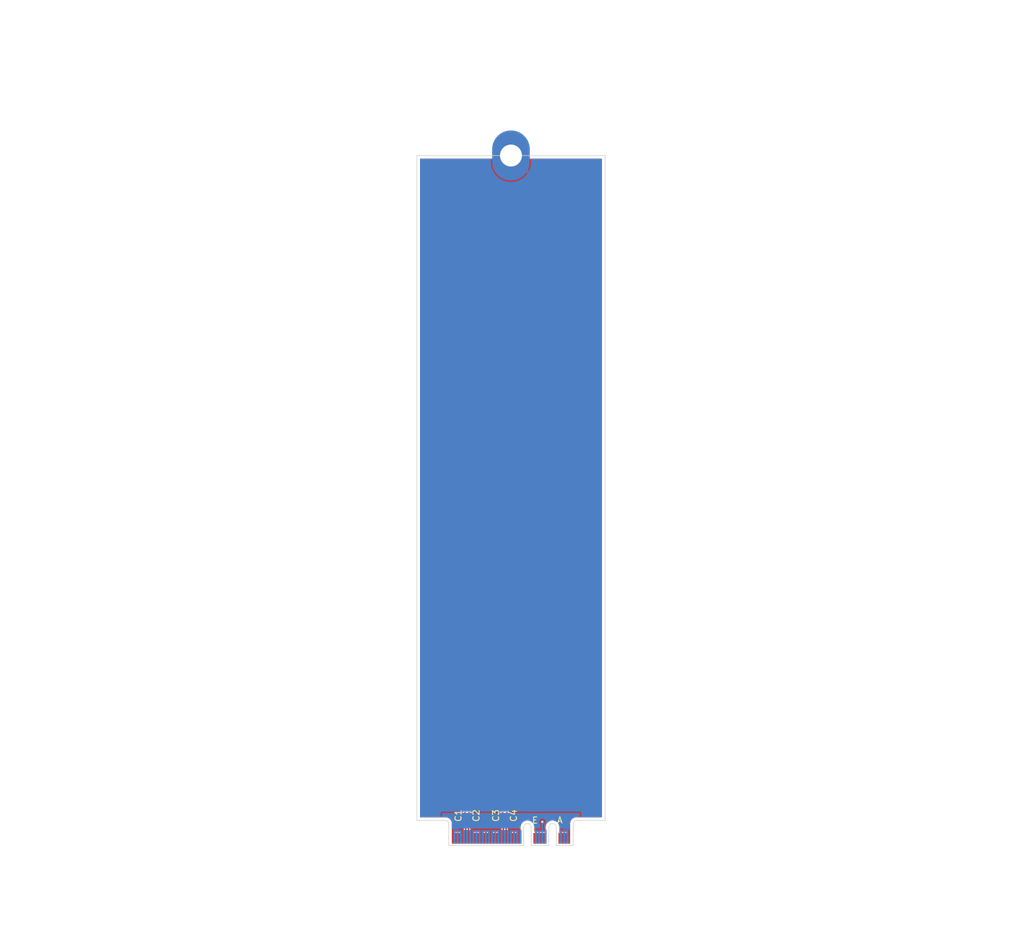
<source format=kicad_pcb>
(kicad_pcb (version 20241229) (generator "pcbnew") (generator_version "9.0")
  (layers (0 "F.Cu" signal) (2 "B.Cu" signal) (13 "F.Paste" user) (15 "B.Paste" user) (5 "F.SilkS" user "F.Silkscreen") (7 "B.SilkS" user "B.Silkscreen") (1 "F.Mask" user) (3 "B.Mask" user) (25 "Edge.Cuts" user))
  (net 0 "")
  (net 1 "GND")
  (net 2 "/M.2 A+E Key/PET1P")
  (net 3 "/M.2 A+E Key/PET0N")
  (net 4 "/M.2 A+E Key/PET1N")
  (net 5 "/M.2 A+E Key/PET0P")
  (net 6 "/PET0-")
  (net 7 "+3.3V")
  (net 8 "/USB_D+")
  (net 9 "/USB_D-")
  (net 10 "/LED#1")
  (net 11 "/LED#2")
  (net 20 "/PER0-")
  (net 22 "/PER0+")
  (net 28 "/REFCLK0+")
  (net 30 "/REFCLK0-")
  (net 31 "/SUSCLK")
  (net 32 "/PERST0#")
  (net 33 "/CLKREQ0#")
  (net 34 "/W_DISABLE2#")
  (net 35 "/PEWAKE#")
  (net 36 "/W_DISABLE1#")
  (net 37 "/I2C_DATA")
  (net 38 "/PER1+")
  (net 39 "/I2C_CLK")
  (net 40 "/PER1-")
  (net 41 "/ALERT#")
  (net 43 "/PERST1#")
  (net 44 "/CLKREQ1#")
  (net 45 "/PEWAKE1#")
  (net 46 "/REFCLK1+")
  (net 47 "/REFCLK1-")
  (net 48 "/PET0+")
  (net 49 "/PET1-")
  (net 50 "/PET1+")
  (footprint "PCIexpress:M.2 A+E Key Connector" (layer "F.Cu") (at 109.01 159.54)
    (property "Reference" "J1")
    (property "Value" "~")
    (fp_line (start -11 -2.89) (end -10.425 -2.89) (stroke (width 0.1)) (layer "Edge.Cuts") (net 153391689))
    (fp_line (start -9.925 -2.39) (end -9.925 1.11) (stroke (width 0.1)) (layer "Edge.Cuts") (net 153391689))
    (fp_line (start 2.025 -1.79) (end 2.025 1.11) (stroke (width 0.1)) (layer "Edge.Cuts") (net 153391689))
    (fp_line (start 2.025 1.11) (end -9.925 1.11) (stroke (width 0.1)) (layer "Edge.Cuts") (net 153391689))
    (fp_line (start 3.225 -1.79) (end 3.225 1.11) (stroke (width 0.1)) (layer "Edge.Cuts") (net 153391689))
    (fp_line (start 3.225 1.11) (end 6.025 1.11) (stroke (width 0.1)) (layer "Edge.Cuts") (net 153391689))
    (fp_line (start 6.025 -1.79) (end 6.025 1.11) (stroke (width 0.1)) (layer "Edge.Cuts") (net 153391689))
    (fp_line (start 7.225 -1.79) (end 7.225 1.11) (stroke (width 0.1)) (layer "Edge.Cuts") (net 153391689))
    (fp_line (start 7.225 1.11) (end 9.925 1.11) (stroke (width 0.1)) (layer "Edge.Cuts") (net 153391689))
    (fp_line (start 9.925 -2.39) (end 9.925 1.11) (stroke (width 0.1)) (layer "Edge.Cuts") (net 153391689))
    (fp_line (start 10.425 -2.89) (end 11 -2.89) (stroke (width 0.1)) (layer "Edge.Cuts") (net 153391689))
    (fp_arc (start -10.425 -2.89) (mid -10.071447 -2.743553) (end -9.925 -2.39) (stroke (width 0.1)) (layer "Edge.Cuts") (net 153391689))
    (fp_arc (start 2.025 -1.79) (mid 2.625 -2.39) (end 3.225 -1.79) (stroke (width 0.1)) (layer "Edge.Cuts") (net 153391689))
    (fp_arc (start 6.025 -1.79) (mid 6.625 -2.39) (end 7.225 -1.79) (stroke (width 0.1)) (layer "Edge.Cuts") (net 153391689))
    (fp_arc (start 9.925 -2.39) (mid 10.071447 -2.743553) (end 10.425 -2.89) (stroke (width 0.1)) (layer "Edge.Cuts") (net 153391689))
    (fp_text user "E" (at 3.28 -2.32 0) (layer "F.SilkS") (effects (justify left bottom)))
    (fp_text user "A" (at 7.265 -2.345 0) (layer "F.SilkS") (effects (justify left bottom)))
    (pad "1" smd rect (at 9.25 -0.04 180) (size 0.35 1.7) (layers "F.Cu") (net 1 "GND"))
    (pad "2" smd rect (at 9 -0.29 180) (size 0.35 2.2) (layers "B.Cu") (net 7 "+3.3V"))
    (pad "3" smd rect (at 8.75 -0.04 180) (size 0.35 1.7) (layers "F.Cu") (net 8 "/USB_D+"))
    (pad "4" smd rect (at 8.5 -0.29 180) (size 0.35 2.2) (layers "B.Cu") (net 7 "+3.3V"))
    (pad "5" smd rect (at 8.25 -0.04 180) (size 0.35 1.7) (layers "F.Cu") (net 9 "/USB_D-"))
    (pad "6" smd rect (at 8 -0.29 180) (size 0.35 2.2) (layers "B.Cu") (net 10 "/LED#1"))
    (pad "7" smd rect (at 7.75 -0.04 180) (size 0.35 1.7) (layers "F.Cu") (net 1 "GND"))
    (pad "16" smd rect (at 5.5 -0.29 180) (size 0.35 2.2) (layers "B.Cu") (net 11 "/LED#2"))
    (pad "17" smd rect (at 5.25 -0.04 180) (size 0.35 1.7) (layers "F.Cu"))
    (pad "18" smd rect (at 5 -0.29 180) (size 0.35 2.2) (layers "B.Cu") (net 1 "GND"))
    (pad "19" smd rect (at 4.75 -0.04 180) (size 0.35 1.7) (layers "F.Cu"))
    (pad "20" smd rect (at 4.5 -0.29 180) (size 0.35 2.2) (layers "B.Cu"))
    (pad "21" smd rect (at 4.25 -0.04 180) (size 0.35 1.7) (layers "F.Cu"))
    (pad "22" smd rect (at 4 -0.29 180) (size 0.35 2.2) (layers "B.Cu"))
    (pad "23" smd rect (at 3.75 -0.04 180) (size 0.35 1.7) (layers "F.Cu"))
    (pad "32" smd rect (at 1.5 -0.29 180) (size 0.35 2.2) (layers "B.Cu"))
    (pad "33" smd rect (at 1.25 -0.04 180) (size 0.35 1.7) (layers "F.Cu") (net 1 "GND"))
    (pad "34" smd rect (at 1 -0.29 180) (size 0.35 2.2) (layers "B.Cu"))
    (pad "35" smd rect (at 0.75 -0.04 180) (size 0.35 1.7) (layers "F.Cu") (net 20 "/PER0-"))
    (pad "36" smd rect (at 0.5 -0.29 180) (size 0.35 2.2) (layers "B.Cu"))
    (pad "37" smd rect (at 0.25 -0.04 180) (size 0.35 1.7) (layers "F.Cu") (net 22 "/PER0+"))
    (pad "38" smd rect (at 0 -0.29 180) (size 0.35 2.2) (layers "B.Cu"))
    (pad "39" smd rect (at -0.25 -0.04 180) (size 0.35 1.7) (layers "F.Cu") (net 1 "GND"))
    (pad "40" smd rect (at -0.5 -0.29 180) (size 0.35 2.2) (layers "B.Cu"))
    (pad "41" smd rect (at -0.75 -0.04 180) (size 0.35 1.7) (layers "F.Cu") (net 5 "/M.2 A+E Key/PET0P"))
    (pad "42" smd rect (at -1 -0.29 180) (size 0.35 2.2) (layers "B.Cu"))
    (pad "43" smd rect (at -1.25 -0.04 180) (size 0.35 1.7) (layers "F.Cu") (net 3 "/M.2 A+E Key/PET0N"))
    (pad "44" smd rect (at -1.5 -0.29 180) (size 0.35 2.2) (layers "B.Cu"))
    (pad "45" smd rect (at -1.75 -0.04 180) (size 0.35 1.7) (layers "F.Cu") (net 1 "GND"))
    (pad "46" smd rect (at -2 -0.29 180) (size 0.35 2.2) (layers "B.Cu"))
    (pad "47" smd rect (at -2.25 -0.04 180) (size 0.35 1.7) (layers "F.Cu") (net 28 "/REFCLK0+"))
    (pad "48" smd rect (at -2.5 -0.29 180) (size 0.35 2.2) (layers "B.Cu"))
    (pad "49" smd rect (at -2.75 -0.04 180) (size 0.35 1.7) (layers "F.Cu") (net 30 "/REFCLK0-"))
    (pad "50" smd rect (at -3 -0.29 180) (size 0.35 2.2) (layers "B.Cu") (net 31 "/SUSCLK"))
    (pad "51" smd rect (at -3.25 -0.04 180) (size 0.35 1.7) (layers "F.Cu") (net 1 "GND"))
    (pad "52" smd rect (at -3.5 -0.29 180) (size 0.35 2.2) (layers "B.Cu") (net 32 "/PERST0#"))
    (pad "53" smd rect (at -3.75 -0.04 180) (size 0.35 1.7) (layers "F.Cu") (net 33 "/CLKREQ0#"))
    (pad "54" smd rect (at -4 -0.29 180) (size 0.35 2.2) (layers "B.Cu") (net 34 "/W_DISABLE2#"))
    (pad "55" smd rect (at -4.25 -0.04 180) (size 0.35 1.7) (layers "F.Cu") (net 35 "/PEWAKE#"))
    (pad "56" smd rect (at -4.5 -0.29 180) (size 0.35 2.2) (layers "B.Cu") (net 36 "/W_DISABLE1#"))
    (pad "57" smd rect (at -4.75 -0.04 180) (size 0.35 1.7) (layers "F.Cu") (net 1 "GND"))
    (pad "58" smd rect (at -5 -0.29 180) (size 0.35 2.2) (layers "B.Cu") (net 37 "/I2C_DATA"))
    (pad "59" smd rect (at -5.25 -0.04 180) (size 0.35 1.7) (layers "F.Cu") (net 38 "/PER1+"))
    (pad "60" smd rect (at -5.5 -0.29 180) (size 0.35 2.2) (layers "B.Cu") (net 39 "/I2C_CLK"))
    (pad "61" smd rect (at -5.75 -0.04 180) (size 0.35 1.7) (layers "F.Cu") (net 40 "/PER1-"))
    (pad "62" smd rect (at -6 -0.29 180) (size 0.35 2.2) (layers "B.Cu") (net 41 "/ALERT#"))
    (pad "63" smd rect (at -6.25 -0.04 180) (size 0.35 1.7) (layers "F.Cu") (net 1 "GND"))
    (pad "64" smd rect (at -6.5 -0.29 180) (size 0.35 2.2) (layers "B.Cu"))
    (pad "65" smd rect (at -6.75 -0.04 180) (size 0.35 1.7) (layers "F.Cu") (net 2 "/M.2 A+E Key/PET1P"))
    (pad "66" smd rect (at -7 -0.29 180) (size 0.35 2.2) (layers "B.Cu") (net 43 "/PERST1#"))
    (pad "67" smd rect (at -7.25 -0.04 180) (size 0.35 1.7) (layers "F.Cu") (net 4 "/M.2 A+E Key/PET1N"))
    (pad "68" smd rect (at -7.5 -0.29 180) (size 0.35 2.2) (layers "B.Cu") (net 44 "/CLKREQ1#"))
    (pad "69" smd rect (at -7.75 -0.04 180) (size 0.35 1.7) (layers "F.Cu") (net 1 "GND"))
    (pad "70" smd rect (at -8 -0.29 180) (size 0.35 2.2) (layers "B.Cu") (net 45 "/PEWAKE1#"))
    (pad "71" smd rect (at -8.25 -0.04 180) (size 0.35 1.7) (layers "F.Cu") (net 46 "/REFCLK1+"))
    (pad "72" smd rect (at -8.5 -0.29 180) (size 0.35 2.2) (layers "B.Cu") (net 7 "+3.3V"))
    (pad "73" smd rect (at -8.75 -0.04 180) (size 0.35 1.7) (layers "F.Cu") (net 47 "/REFCLK1-"))
    (pad "74" smd rect (at -9 -0.29 180) (size 0.35 2.2) (layers "B.Cu") (net 7 "+3.3V"))
    (pad "75" smd rect (at -9.25 -0.04 180) (size 0.35 1.7) (layers "F.Cu") (net 1 "GND"))
  )
  (footprint "Capacitor_SMD:C_0201_0603Metric" (layer "F.Cu") (at 108.36 155.88 90)
    (property "Reference" "C4" (at 0 1.07 90) (layer "F.SilkS"))
    (property "Value" "220nF")
    (pad "1" smd roundrect (at -0.32 0 90) (size 0.46 0.4) (layers "F.Cu" "F.Mask") (net 5 "/M.2 A+E Key/PET0P"))
    (pad "2" smd roundrect (at 0.32 0 90) (size 0.46 0.4) (layers "F.Cu" "F.Mask") (net 48 "/PET0+"))
  )
  (footprint "Capacitor_SMD:C_0201_0603Metric" (layer "F.Cu") (at 107.66 155.88 90)
    (property "Reference" "C3" (at 0 -1.05 90) (layer "F.SilkS"))
    (property "Value" "220nF")
    (pad "1" smd roundrect (at -0.32 0 90) (size 0.46 0.4) (layers "F.Cu" "F.Mask") (net 3 "/M.2 A+E Key/PET0N"))
    (pad "2" smd roundrect (at 0.32 0 90) (size 0.46 0.4) (layers "F.Cu" "F.Mask") (net 6 "/PET0-"))
  )
  (footprint "Capacitor_SMD:C_0201_0603Metric" (layer "F.Cu") (at 101.66 155.88 90)
    (property "Reference" "C1" (at 0 -1.05 90) (layer "F.SilkS"))
    (property "Value" "220nF")
    (pad "1" smd roundrect (at -0.32 0 90) (size 0.46 0.4) (layers "F.Cu" "F.Mask") (net 4 "/M.2 A+E Key/PET1N"))
    (pad "2" smd roundrect (at 0.32 0 90) (size 0.46 0.4) (layers "F.Cu" "F.Mask") (net 49 "/PET1-"))
  )
  (footprint "Athena KiCAd library:M.2 Mounting Pad" (layer "F.Cu") (at 109.01 50.65)
    (property "Reference" "H1")
    (property "Value" "MountingHole_Pad")
    (pad "1" thru_hole circle (at 0 0) (size 5.5 5.5) (drill 3.5) (property pad_prop_castellated) (layers "*.Cu" "*.Mask") (net 1 "GND") (padstack (mode front_inner_back) (layer "Inner" (shape circle) (size 5.5 5.5)) (layer "B.Cu" (shape oval) (size 6 8))))
  )
  (footprint "Capacitor_SMD:C_0201_0603Metric" (layer "F.Cu") (at 102.36 155.88 90)
    (property "Reference" "C2" (at 0 1.11 90) (layer "F.SilkS"))
    (property "Value" "220nF")
    (pad "1" smd roundrect (at -0.32 0 90) (size 0.46 0.4) (layers "F.Cu" "F.Mask") (net 2 "/M.2 A+E Key/PET1P"))
    (pad "2" smd roundrect (at 0.32 0 90) (size 0.46 0.4) (layers "F.Cu" "F.Mask") (net 50 "/PET1+"))
  )
  (gr_line (start 124.01 50.65) (end 94.01 50.65) (stroke (width 0.1)) (layer "Edge.Cuts"))
  (gr_line (start 98.01 156.65) (end 94.01 156.65) (stroke (width 0.1)) (layer "Edge.Cuts"))
  (gr_line (start 124.01 156.65) (end 124.01 50.65) (stroke (width 0.1)) (layer "Edge.Cuts"))
  (gr_line (start 94.01 50.65) (end 94.01 156.65) (stroke (width 0.1)) (layer "Edge.Cuts"))
  (gr_line (start 124.01 156.65) (end 120.01 156.65) (stroke (width 0.1)) (layer "Edge.Cuts"))
  (via (at 114.01 156.88) (size 0.6) (drill 0.3) (layers "F.Cu" "B.Cu") (net 1))
  (segment (start 114.01 156.88) (end 114.01 159.25) (width 0.2) (layer "B.Cu") (net 1))
  (segment (start 102.235 158.199999) (end 102.235 156.670001) (width 0.2) (layer "F.Cu") (net 2))
  (segment (start 102.26 159.5) (end 102.26 158.224999) (width 0.2) (layer "F.Cu") (net 2))
  (segment (start 102.26 158.224999) (end 102.235 158.199999) (width 0.2) (layer "F.Cu") (net 2))
  (segment (start 102.235 156.670001) (end 102.36 156.545001) (width 0.2) (layer "F.Cu") (net 2))
  (segment (start 102.36 156.545001) (end 102.36 156.2) (width 0.2) (layer "F.Cu") (net 2))
  (segment (start 107.785 158.199999) (end 107.785 156.670001) (width 0.2) (layer "F.Cu") (net 3))
  (segment (start 107.66 156.545001) (end 107.66 156.2) (width 0.2) (layer "F.Cu") (net 3))
  (segment (start 107.76 159.5) (end 107.76 158.224999) (width 0.2) (layer "F.Cu") (net 3))
  (segment (start 107.785 156.670001) (end 107.66 156.545001) (width 0.2) (layer "F.Cu") (net 3))
  (segment (start 107.76 158.224999) (end 107.785 158.199999) (width 0.2) (layer "F.Cu") (net 3))
  (segment (start 101.785 158.199999) (end 101.785 156.670001) (width 0.2) (layer "F.Cu") (net 4))
  (segment (start 101.76 158.224999) (end 101.785 158.199999) (width 0.2) (layer "F.Cu") (net 4))
  (segment (start 101.66 156.545001) (end 101.66 156.2) (width 0.2) (layer "F.Cu") (net 4))
  (segment (start 101.76 159.5) (end 101.76 158.224999) (width 0.2) (layer "F.Cu") (net 4))
  (segment (start 101.785 156.670001) (end 101.66 156.545001) (width 0.2) (layer "F.Cu") (net 4))
  (segment (start 108.26 159.5) (end 108.26 158.224999) (width 0.2) (layer "F.Cu") (net 5))
  (segment (start 108.235 156.670001) (end 108.36 156.545001) (width 0.2) (layer "F.Cu") (net 5))
  (segment (start 108.36 156.545001) (end 108.36 156.2) (width 0.2) (layer "F.Cu") (net 5))
  (segment (start 108.235 158.199999) (end 108.235 156.670001) (width 0.2) (layer "F.Cu") (net 5))
  (segment (start 108.26 158.224999) (end 108.235 158.199999) (width 0.2) (layer "F.Cu") (net 5))
  (zone (net 1) (net_name "GND") (layers "F.Cu" "B.Cu") (connect_pads (clearance 0.2)) (min_thickness 0.15) (fill yes (thermal_gap 0.2) (thermal_bridge_width 0.35))
    (polygon (pts (xy 124.01 158.98) (xy 124.01 50.65) (xy 94.01 50.65) (xy 94.01 158.98)))
  )
  (zone (net 7) (net_name "+3.3V") (layer "B.Cu") (priority 1) (connect_pads (clearance 0.2)) (min_thickness 0.15) (fill yes (thermal_gap 0.2) (thermal_bridge_width 0.35))
    (polygon (pts (xy 120.01 158.97) (xy 120.01 155.45) (xy 98.01 155.45) (xy 98.01 158.97)))
  )
)
</source>
